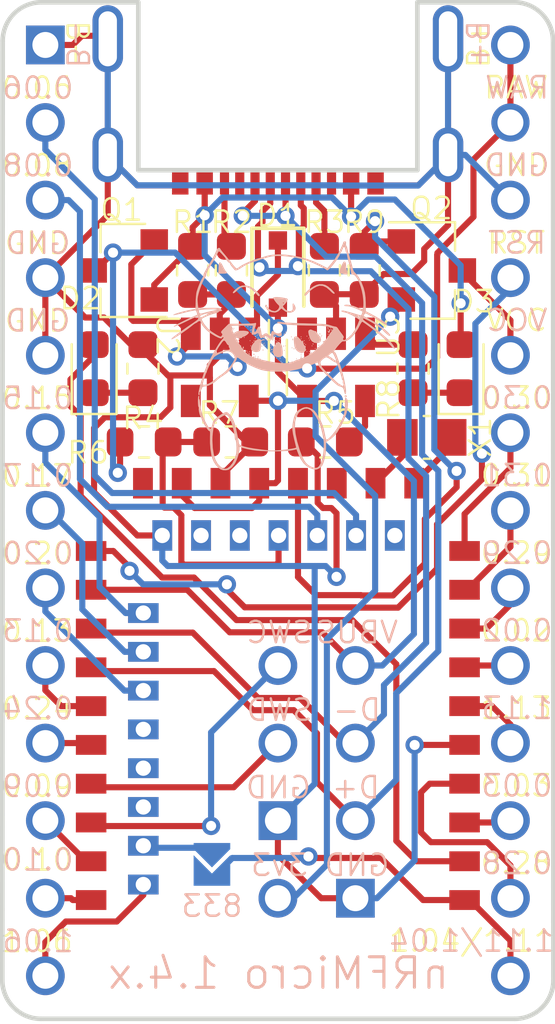
<source format=kicad_pcb>
(kicad_pcb (version 20240108) (generator "pcbnew") (generator_version "8.0")
  (layers (0 "F.Cu" signal) (31 "B.Cu" signal) (34 "B.Paste" user) (35 "F.Paste" user) (36 "B.SilkS" user "B.Silkscreen") (37 "F.SilkS" user "F.Silkscreen") (38 "B.Mask" user) (39 "F.Mask" user) (44 "Edge.Cuts" user))
  (net 0 "")
  (net 1 "GND")
  (net 2 "RESET")
  (net 3 "/P0.02")
  (net 4 "/P0.29")
  (net 5 "/P0.30")
  (net 6 "/P0.31")
  (net 7 "/P0.10")
  (net 8 "/P0.09")
  (net 9 "VBUS")
  (net 10 "VBAT")
  (net 11 "DATA+")
  (net 12 "DATA-")
  (net 13 "/P1.13")
  (net 14 "/P1.11")
  (net 15 "/P0.20")
  (net 16 "/P0.13")
  (net 17 "/P0.15")
  (net 18 "/P0.17")
  (net 19 "/P0.22")
  (net 20 "/P0.24")
  (net 21 "BLUE_LED")
  (net 22 "/P0.03")
  (net 23 "/P0.28")
  (net 24 "/P0.00")
  (net 25 "/P0.01")
  (net 26 "/P1.06")
  (net 27 "/P1.04")
  (net 28 "SWC")
  (net 29 "SWD")
  (net 30 "POWER_PIN")
  (net 31 "/P0.26")
  (net 32 "DCCH")
  (net 33 "CC2")
  (net 34 "CC1")
  (net 35 "EXT_VCC")
  (net 36 "Net-(D2-Pad1)")
  (net 37 "/P1.00")
  (net 38 "/P1.02")
  (net 39 "/P0.12")
  (net 40 "Net-(R5-Pad1)")
  (net 41 "BATTERY_PIN")
  (net 42 "Net-(R8-Pad2)")
  (net 43 "Net-(D1-Pad1)")
  (net 44 "Net-(D3-Pad1)")
  (net 45 "nRF_VDD")
  (net 46 "/P0.07")
  (net 47 "/P0.08")
  (net 48 "PROG")
  (net 49 "/P0.06")
  (footprint "nrfmicro:pro_micro" (layer "F.Cu") (at 27.7216 36.51)
    (property "Reference" "U4")
    (property "Value" "ProMicro" (hide yes))
  )
  (footprint "nrfmicro:E73-2G4M08S1C-52840" (layer "F.Cu") (at 27.72 33.97 -90)
    (property "Reference" "U1" (hide yes))
    (property "Value" "E73-2G4M08S1C" (hide yes))
  )
  (footprint "Package_TO_SOT_SMD:SOT-23" (layer "F.Cu") (at 32.766 27.3845)
    (property "Reference" "Q2")
    (property "Value" "AO3407")
  )
  (footprint "Diode_SMD:D_SOD-323F" (layer "F.Cu") (at 27.7216 27.502 -90)
    (property "Reference" "D1")
    (property "Value" "1N5819")
  )
  (footprint "Resistor_SMD:R_0603_1608Metric" (layer "F.Cu") (at 23.3375 33)
    (property "Reference" "R6")
    (property "Value" "820K")
  )
  (footprint "Resistor_SMD:R_0603_1608Metric" (layer "F.Cu") (at 26.175 33)
    (property "Reference" "R7")
    (property "Value" "2M")
  )
  (footprint "Package_TO_SOT_SMD:SOT-23" (layer "F.Cu") (at 22.6695 27.3845 180)
    (property "Reference" "Q1")
    (property "Value" "AO3407" (hide yes))
  )
  (footprint "Resistor_SMD:R_0603_1608Metric" (layer "F.Cu") (at 23.3 30.6 90)
    (property "Reference" "R4")
    (property "Value" "1K")
  )
  (footprint "Resistor_SMD:R_0603_1608Metric" (layer "F.Cu") (at 26.1976 27.382 -90)
    (property "Reference" "R2")
    (property "Value" "5.1K")
  )
  (footprint "Resistor_SMD:R_0603_1608Metric" (layer "F.Cu") (at 29.2456 27.382 -90)
    (property "Reference" "R3")
    (property "Value" "5.1K")
  )
  (footprint "LED_SMD:LED_0603_1608Metric" (layer "F.Cu") (at 21.7 30.6 90)
    (property "Reference" "D2")
    (property "Value" "BLUE")
  )
  (footprint "Resistor_SMD:R_0603_1608Metric" (layer "F.Cu") (at 24.9276 27.382 -90)
    (property "Reference" "R1")
    (property "Value" "100K")
  )
  (footprint "Package_TO_SOT_SMD:SOT-23-5" (layer "F.Cu") (at 29.6266 30.557 -90)
    (property "Reference" "U3")
    (property "Value" "TP4054")
  )
  (footprint "Resistor_SMD:R_0603_1608Metric" (layer "F.Cu") (at 29.275 33 180)
    (property "Reference" "R5")
    (property "Value" "10K")
  )
  (footprint "Resistor_SMD:R_0603_1608Metric" (layer "F.Cu") (at 30.55 27.382 -90)
    (property "Reference" "R9")
    (property "Value" "2M")
  )
  (footprint "nrfmicro:connector_bat" (layer "F.Cu") (at 27.7216 20 180)
    (property "Reference" "J3")
    (property "Value" "Conn_01x02")
  )
  (footprint "nrfmicro:connector_swd" (layer "F.Cu") (at 27.7216 47.94 180)
    (property "Reference" "J2" (hide yes))
    (property "Value" "Conn_01x04")
  )
  (footprint "Package_TO_SOT_SMD:SOT-23-5" (layer "F.Cu") (at 25.8166 30.557 -90)
    (property "Reference" "U2")
    (property "Value" "AP2112K-3.3")
  )
  (footprint "nrfmicro:connector_usb" (layer "F.Cu") (at 30.2616 47.94 180)
    (property "Reference" "J4" (hide yes))
    (property "Value" "Conn_01x04")
  )
  (footprint "Crystal:Crystal_SMD_MicroCrystal_CM9V-T1A-2Pin_1.6x1.0mm" (layer "F.Cu") (at 32.6 32.85)
    (property "Reference" "X1")
    (property "Value" "32768kHz")
  )
  (footprint "Resistor_SMD:R_0603_1608Metric" (layer "F.Cu") (at 32.15 30.6 90)
    (property "Reference" "R8")
    (property "Value" "1K")
  )
  (footprint "LED_SMD:LED_0603_1608Metric" (layer "F.Cu") (at 33.725 30.6 90)
    (property "Reference" "D3")
    (property "Value" "RED")
  )
  (footprint "nrfmicro:USB-C_C168688" (layer "F.Cu") (at 27.72645 24.09875)
    (property "Reference" "J1" (hide yes))
    (property "Value" "USB-C USB 2.0 MC-372")
  )
  (footprint "Custom Parts:Catmelon_Small" (layer "B.Cu") (at 27.7216 30 180)
    (property "Reference" "G***" (hide yes))
    (property "Value" "LOGO" (hide yes))
  )
  (footprint "nrfmicro:Jumper_SMD" (layer "B.Cu") (at 25.560533 46.631775 180)
    (property "Reference" "JP1")
    (property "Value" "SolderJumper_2_Open" (hide yes))
  )
  (gr_line (start 36.737 19.873) (end 36.7497 50.6197) (stroke (width 0.15)) (layer "Edge.Cuts"))
  (gr_line (start 32.291533 18.602775) (end 35.467 18.603) (stroke (width 0.15)) (layer "Edge.Cuts"))
  (gr_line (start 19.973 18.603) (end 23.147533 18.602775) (stroke (width 0.15)) (layer "Edge.Cuts"))
  (gr_line (start 18.6903 50.6197) (end 18.703 19.873) (stroke (width 0.15)) (layer "Edge.Cuts"))
  (gr_line (start 32.291533 24.1) (end 32.291533 18.602775) (stroke (width 0.15)) (layer "Edge.Cuts"))
  (gr_line (start 23.147533 18.602775) (end 23.147533 24.1) (stroke (width 0.15)) (layer "Edge.Cuts"))
  (gr_line (start 35.4797 51.8897) (end 19.9603 51.8897) (stroke (width 0.15)) (layer "Edge.Cuts"))
  (gr_arc (start 35.467 18.603) (mid 36.365026 18.974974) (end 36.737 19.873) (stroke (width 0.15)) (layer "Edge.Cuts"))
  (gr_arc (start 18.703 19.873) (mid 19.074974 18.974974) (end 19.973 18.603) (stroke (width 0.15)) (layer "Edge.Cuts"))
  (gr_arc (start 19.9603 51.8897) (mid 19.062274 51.517726) (end 18.6903 50.6197) (stroke (width 0.15)) (layer "Edge.Cuts"))
  (gr_arc (start 36.7497 50.6197) (mid 36.377726 51.517726) (end 35.4797 51.8897) (stroke (width 0.15)) (layer "Edge.Cuts"))
  (gr_line (start 23.147533 24.1) (end 32.291533 24.1) (stroke (width 0.15)) (layer "Edge.Cuts"))
  (gr_text "nRFMicro 1.4.x" (at 27.74286 50.4 0) (layer "B.SilkS") (effects (font (size 1 1) (thickness 0.1)) (justify mirror)))
  (segment (start 25.491601 31.777003) (end 26.714598 33) (width 0.2) (layer "F.Cu") (net 1))
  (segment (start 33.2966 25.8982) (end 32.516001 26.678799) (width 0.2) (layer "F.Cu") (net 1))
  (segment (start 32.204808 42.92) (end 33.839 42.92) (width 0.2) (layer "F.Cu") (net 1))
  (segment (start 29.197753 35.162775) (end 29.024999 34.990021) (width 0.2) (layer "F.Cu") (net 1))
  (segment (start 21.3 19.7) (end 22.1466 19.7) (width 0.2) (layer "F.Cu") (net 1))
  (segment (start 23.117189 24.6) (end 24.5216 24.6) (width 0.2) (layer "F.Cu") (net 1))
  (segment (start 23.3 29.997838) (end 24.07501 30.772848) (width 0.2) (layer "F.Cu") (net 1))
  (segment (start 27.7216 45.4) (end 27.7216 46.521842) (width 0.2) (layer "F.Cu") (net 1))
  (segment (start 30.525 28.1625) (end 29.2526 28.1625) (width 0.2) (layer "F.Cu") (net 1))
  (segment (start 29.472533 35.162775) (end 29.197753 35.162775) (width 0.2) (layer "F.Cu") (net 1))
  (segment (start 20.1016 20) (end 21 20) (width 0.2) (layer "F.Cu") (net 1))
  (segment (start 24.101673 30.799511) (end 24.124162 30.822) (width 0.2) (layer "F.Cu") (net 1))
  (segment (start 25.491601 30.886999) (end 25.491601 31.777003) (width 0.2) (layer "F.Cu") (net 1))
  (segment (start 23.3 30.024991) (end 23.3 29.8125) (width 0.2) (layer "F.Cu") (net 1))
  (segment (start 25.8166 30.1634) (end 25.491601 30.488399) (width 0.2) (layer "F.Cu") (net 1))
  (segment (start 26.714598 33) (end 26.9625 33) (width 0.2) (layer "F.Cu") (net 1))
  (segment (start 33.2966 23.625277) (end 32.321877 24.6) (width 0.2) (layer "F.Cu") (net 1))
  (segment (start 30.525 28.1625) (end 31.1875 27.5) (width 0.2) (layer "F.Cu") (net 1))
  (segment (start 26.59614 32.9) (end 25.491601 31.795461) (width 0.2) (layer "F.Cu") (net 1))
  (segment (start 26.1976 28.1695) (end 24.9276 28.1695) (width 0.2) (layer "F.Cu") (net 1))
  (segment (start 29.024999 33.437499) (end 28.4875 32.9) (width 0.2) (layer "F.Cu") (net 1))
  (segment (start 21.6976 34.64389) (end 21.6976 32.54376) (width 0.2) (layer "F.Cu") (net 1))
  (segment (start 25.426602 30.822) (end 25.491601 30.886999) (width 0.2) (layer "F.Cu") (net 1))
  (segment (start 29.6266 29.457) (end 29.6266 28.5505) (width 0.2) (layer "F.Cu") (net 1))
  (segment (start 21.6976 32.54376) (end 22.04936 32.192) (width 0.2) (layer "F.Cu") (net 1))
  (segment (start 25.491601 30.488399) (end 25.491601 31.795461) (width 0.2) (layer "F.Cu") (net 1))
  (segment (start 32.321877 24.6) (end 30.9216 24.6) (width 0.2) (layer "F.Cu") (net 1))
  (segment (start 20.1016 30.16) (end 20.1016 27.62) (width 0.2) (layer "F.Cu") (net 1))
  (segment (start 24.07501 30.772848) (end 24.101673 30.799511) (width 0.2) (layer "F.Cu") (net 1))
  (segment (start 20.1016 27.62) (end 21.40659 28.92499) (width 0.2) (layer "F.Cu") (net 1))
  (segment (start 29.139758 47.94) (end 30.2616 47.94) (width 0.2) (layer "F.Cu") (net 1))
  (segment (start 24.1976 31.872) (end 24.1976 30.895438) (width 0.2) (layer "F.Cu") (net 1))
  (segment (start 23.3 29.8125) (end 23.3 30.038002) (width 0.2) (layer "F.Cu") (net 1))
  (segment (start 22.90864 29.8125) (end 22.02113 28.92499) (width 0.2) (layer "F.Cu") (net 1))
  (segment (start 26.9625 32.9) (end 26.59614 32.9) (width 0.2) (layer "F.Cu") (net 1))
  (segment (start 21 20) (end 21.3 19.7) (width 0.2) (layer "F.Cu") (net 1))
  (segment (start 29.2476 28.1675) (end 29.2456 28.1695) (width 0.2) (layer "F.Cu") (net 1))
  (segment (start 29.642533 35.332775) (end 29.472533 35.162775) (width 0.2) (layer "F.Cu") (net 1))
  (segment (start 25.8166 29.457) (end 25.8166 30.1634) (width 0.2) (layer "F.Cu") (net 1))
  (segment (start 23.3 29.8125) (end 23.3 29.997838) (width 0.2) (layer "F.Cu") (net 1))
  (segment (start 20.1016 27.62) (end 22.1466 25.575) (width 0.2) (layer "F.Cu") (net 1))
  (segment (start 24.1976 30.895438) (end 24.101673 30.799511) (width 0.2) (layer "F.Cu") (net 1))
  (segment (start 22.04936 32.192) (end 23.8776 32.192) (width 0.2) (layer "F.Cu") (net 1))
  (segment (start 32.516001 26.678799) (end 32.516001 27.074501) (width 0.2) (layer "F.Cu") (net 1))
  (segment (start 23.8776 32.192) (end 24.1976 31.872) (width 0.2) (layer "F.Cu") (net 1))
  (segment (start 23.933 36.062) (end 23.11571 36.062) (width 0.2) (layer "F.Cu") (net 1))
  (segment (start 32.202033 42.922775) (end 32.204808 42.92) (width 0.2) (layer "F.Cu") (net 1))
  (segment (start 29.6266 28.5505) (end 29.2456 28.1695) (width 0.2) (layer "F.Cu") (net 1))
  (segment (start 23.11571 36.062) (end 21.6976 34.64389) (width 0.2) (layer "F.Cu") (net 1))
  (segment (start 25.8166 28.8084) (end 25.8166 29.457) (width 0.2) (layer "F.Cu") (net 1))
  (segment (start 33.2966 23.7) (end 33.2966 25.8982) (width 0.2) (layer "F.Cu") (net 1))
  (segment (start 26.1976 28.1695) (end 26.1976 28.4274) (width 0.2) (layer "F.Cu") (net 1))
  (segment (start 31.1875 27.5) (end 32.090502 27.5) (width 0.2) (layer "F.Cu") (net 1))
  (segment (start 33.2966 19.7) (end 33.2966 23.625277) (width 0.2) (layer "F.Cu") (net 1))
  (segment (start 22.02113 28.92499) (end 21.40659 28.92499) (width 0.2) (layer "F.Cu") (net 1))
  (segment (start 29.2526 28.1625) (end 29.2456 28.1695) (width 0.2) (layer "F.Cu") (net 1))
  (segment (start 29.024999 34.990021) (end 29.024999 33.437499) (width 0.2) (layer "F.Cu") (net 1))
  (segment (start 25.84 34.351) (end 25.84 34.1225) (width 0.2) (layer "F.Cu") (net 1))
  (segment (start 26.1976 28.4274) (end 25.8166 28.8084) (width 0.2) (layer "F.Cu") (net 1))
  (segment (start 29.642533 37.415755) (end 29.642533 35.332775) (width 0.2) (layer "F.Cu") (net 1))
  (segment (start 27.7216 46.521842) (end 29.139758 47.94) (width 0.2) (layer "F.Cu") (net 1))
  (segment (start 32.090502 27.5) (end 32.516001 27.074501) (width 0.2) (layer "F.Cu") (net 1))
  (segment (start 22.1466 25.575) (end 22.1466 23.7) (width 0.2) (layer "F.Cu") (net 1))
  (segment (start 22.1466 19.7) (end 22.1466 23.629411) (width 0.2) (layer "F.Cu") (net 1))
  (segment (start 22.1466 23.629411) (end 23.117189 24.6) (width 0.2) (layer "F.Cu") (net 1))
  (segment (start 24.124162 30.822) (end 25.426602 30.822) (width 0.2) (layer "F.Cu") (net 1))
  (segment (start 25.84 34.1225) (end 26.9625 33) (width 0.2) (layer "F.Cu") (net 1))
  (via (at 32.202033 42.922775) (size 0.6) (drill 0.33) (layers "F.Cu" "B.Cu") (net 1))
  (via (at 29.642533 37.415755) (size 0.6) (drill 0.33) (layers "F.Cu" "B.Cu") (net 1))
  (segment (start 28.926589 37.073411) (end 28.937998 37.062002) (width 0.2) (layer "B.Cu") (net 1))
  (segment (start 27.7216 45.397708) (end 28.926589 44.192719) (width 0.2) (layer "B.Cu") (net 1))
  (segment (start 29.660983 24.595977) (end 23.113166 24.595977) (width 0.2) (layer "B.Cu") (net 1))
  (segment (start 30.965308 47.94) (end 30.2616 47.94) (width 0.2) (layer "B.Cu") (net 1))
  (segment (start 27.7216 45.4) (end 27.7216 45.397708) (width 0.2) (layer "B.Cu") (net 1))
  (segment (start 29.667781 24.602775) (end 29.660983 24.595977) (width 0.2) (layer "B.Cu") (net 1))
  (segment (start 32.202033 46.703275) (end 30.965308 47.94) (width 0.2) (layer "B.Cu") (net 1))
  (segment (start 29.642533 37.415755) (end 29.28878 37.062002) (width 0.2) (layer "B.Cu") (net 1))
  (segment (start 32.202033 42.922775) (end 32.202033 46.703275) (width 0.2) (layer "B.Cu") (net 1))
  (segment (start 35.3416 25.08) (end 33.8616 23.6) (width 0.2) (layer "B.Cu") (net 1))
  (segment (start 28.926589 44.192719) (end 28.926589 37.073411) (width 0.2) (layer "B.Cu") (net 1))
  (segment (start 24.112002 37.062002) (end 23.933 36.883) (width 0.2) (layer "B.Cu") (net 1))
  (segment (start 23.113166 24.595977) (end 22.1466 23.629411) (width 0.2) (layer "B.Cu") (net 1))
  (segment (start 28.937998 37.062002) (end 24.112002 37.062002) (width 0.2) (layer "B.Cu") (net 1))
  (segment (start 23.933 36.883) (end 23.933 36.062) (width 0.2) (layer "B.Cu") (net 1))
  (segment (start 29.28878 37.062002) (end 28.937998 37.062002) (width 0.2) (layer "B.Cu") (net 1))
  (segment (start 33.8616 23.6) (end 33.2972 23.6) (width 0.2) (layer "B.Cu") (net 1))
  (segment (start 33.2966 19.7) (end 33.2966 23.625277) (width 0.2) (layer "B.Cu") (net 1))
  (segment (start 32.319102 24.602775) (end 29.667781 24.602775) (width 0.2) (layer "B.Cu") (net 1))
  (segment (start 22.1466 23.629411) (end 22.1466 19.7) (width 0.2) (layer "B.Cu") (net 1))
  (segment (start 33.2966 23.625277) (end 32.319102 24.602775) (width 0.2) (layer "B.Cu") (net 1))
  (segment (start 30.276899 38.414775) (end 26.634533 38.414775) (width 0.2) (layer "F.Cu") (net 2))
  (segment (start 30.286899 38.424775) (end 30.276899 38.414775) (width 0.2) (layer "F.Cu") (net 2))
  (segment (start 34.406599 34.225501) (end 32.936533 35.695567) (width 0.2) (layer "F.Cu") (net 2))
  (segment (start 32.936533 35.695567) (end 32.936532 37.148918) (width 0.2) (layer "F.Cu") (net 2))
  (segment (start 26.634533 38.414775) (end 26.05 37.830242) (width 0.2) (layer "F.Cu") (net 2))
  (segment (start 34.406599 33.381599) (end 34.406599 34.225501) (width 0.2) (layer "F.Cu") (net 2))
  (segment (start 26.05 37.830242) (end 26.05 37.662002) (width 0.2) (layer "F.Cu") (net 2))
  (segment (start 22.327621 36.57) (end 22.860541 37.10292) (width 0.2) (layer "F.Cu") (net 2))
  (segment (start 22.860541 37.10292) (end 22.860541 37.221058) (width 0.2) (layer "F.Cu") (net 2))
  (segment (start 31.660675 38.424775) (end 30.286899 38.424775) (width 0.2) (layer "F.Cu") (net 2))
  (segment (start 21.601 36.57) (end 22.327621 36.57) (width 0.2) (layer "F.Cu") (net 2))
  (segment (start 32.936532 37.148918) (end 31.660675 38.424775) (width 0.2) (layer "F.Cu") (net 2))
  (via (at 26.05 37.662002) (size 0.6) (drill 0.33) (layers "F.Cu" "B.Cu") (net 2))
  (via (at 34.406599 33.381599) (size 0.6) (drill 0.33) (layers "F.Cu" "B.Cu") (net 2))
  (via (at 22.860541 37.221058) (size 0.6) (drill 0.33) (layers "F.Cu" "B.Cu") (net 2))
  (segment (start 23.301485 37.662002) (end 22.860541 37.221058) (width 0.2) (layer "B.Cu") (net 2))
  (segment (start 35.3416 27.973708) (end 34.192533 29.122775) (width 0.2) (layer "B.Cu") (net 2))
  (segment (start 35.3416 27.62) (end 35.3416 27.973708) (width 0.2) (layer "B.Cu") (net 2))
  (segment (start 34.192533 33.167533) (end 34.406599 33.381599) (width 0.2) (layer "B.Cu") (net 2))
  (segment (start 26.05 37.662002) (end 23.301485 37.662002) (width 0.2) (layer "B.Cu") (net 2))
  (segment (start 34.192533 29.122775) (end 34.192533 33.167533) (width 0.2) (layer "B.Cu") (net 2))
  (segment (start 35.3416 40.32) (end 33.899 40.32) (width 0.2) (layer "F.Cu") (net 3))
  (segment (start 33.899 40.32) (end 33.839 40.38) (width 0.2) (layer "F.Cu") (net 3))
  (segment (start 34.555308 39.11) (end 35.3416 38.323708) (width 0.2) (layer "F.Cu") (net 4))
  (segment (start 33.839 39.11) (end 34.555308 39.11) (width 0.2) (layer "F.Cu") (net 4))
  (segment (start 35.3416 38.323708) (end 35.3416 37.78) (width 0.2) (layer "F.Cu") (net 4))
  (segment (start 33.839 35.358798) (end 35.3416 33.856198) (width 0.2) (layer "F.Cu") (net 5))
  (segment (start 33.839 36.57) (end 33.839 35.358798) (width 0.2) (layer "F.Cu") (net 5))
  (segment (start 35.3416 33.856198) (end 35.3416 32.7) (width 0.2) (layer "F.Cu") (net 5))
  (segment (start 35.3416 36.432402) (end 35.3416 35.24) (width 0.2) (layer "F.Cu") (net 6))
  (segment (start 33.934002 37.84) (end 35.3416 36.432402) (width 0.2) (layer "F.Cu") (net 6))
  (segment (start 33.839 37.84) (end 33.934002 37.84) (width 0.2) (layer "F.Cu") (net 6))
  (segment (start 21 48) (end 20.94 47.94) (width 0.2) (layer "F.Cu") (net 7))
  (segment (start 20.94 47.94) (end 20.1016 47.94) (width 0.2) (layer "F.Cu") (net 7))
  (segment (start 21.601 48) (end 21 48) (width 0.2) (layer "F.Cu") (net 7))
  (segment (start 21.4316 46.73) (end 21.601 46.73) (width 0.2) (layer "F.Cu") (net 8))
  (segment (start 20.1016 45.4) (end 21.4316 46.73) (width 0.2) (layer "F.Cu") (net 8))
  (segment (start 30.2616 40.32) (end 29.174375 39.232775) (width 0.2) (layer "F.Cu") (net 9))
  (segment (start 27.7216 28.5455) (end 27.7216 29.2784) (width 0.2) (layer "F.Cu") (net 9))
  (segment (start 33.71 28.46) (end 33.71 29.7975) (width 0.2) (layer "F.Cu") (net 9))
  (segment (start 23.6695 27.8526) (end 24.9276 26.5945) (width 0.2) (layer "F.Cu") (net 9))
  (segment (start 28.6766 31.657) (end 28.119599 31.099999) (width 0.2) (layer "F.Cu") (net 9))
  (segment (start 30.1216 24.6) (end 30.1216 25.6184) (width 0.2) (layer "F.Cu") (net 9))
  (segment (start 30.1216 24.6) (end 30.1216 25.2816) (width 0.2) (layer "F.Cu") (net 9))
  (segment (start 28.6766 31.657) (end 29.557 31.657) (width 0.2) (layer "F.Cu") (net 9))
  (segment (start 27.7216 30.702) (end 28.119599 31.099999) (width 0.2) (layer "F.Cu") (net 9))
  (segment (start 30.1216 24.73) (end 30.1216 25.2816) (width 0.2) (layer "F.Cu") (net 9))
  (segment (start 24.9276 25.9724) (end 25.3216 25.5784) (width 0.2) (layer "F.Cu") (net 9))
  (segment (start 24.749758 37.84) (end 21.601 37.84) (width 0.2) (layer "F.Cu") (net 9))
  (segment (start 27.7216 29.2784) (end 27.7216 30.702) (width 0.2) (layer "F.Cu") (net 9))
  (segment (start 30.1216 25.6184) (end 30.12 25.62) (width 0.2) (layer "F.Cu") (net 9))
  (segment (start 25.3216 25.5784) (end 25.3216 24.73) (width 0.2) (layer "F.Cu") (net 9))
  (segment (start 25.3216 24.6) (end 25.3216 25.5784) (width 0.2) (layer "F.Cu") (net 9))
  (segment (start 23.6695 28.3345) (end 23.6695 27.8526) (width 0.2) (layer "F.Cu") (net 9))
  (segment (start 29.174375 39.232775) (end 26.142533 39.232775) (width 0.2) (layer "F.Cu") (net 9))
  (segment (start 26.142533 39.232775) (end 24.749758 37.84) (width 0.2) (layer "F.Cu") (net 9))
  (segment (start 24.9276 26.5945) (end 24.9276 25.9724) (width 0.2) (layer "F.Cu") (net 9))
  (via (at 25.3216 25.5784) (size 0.6) (drill 0.33) (layers "F.Cu" "B.Cu") (net 9))
  (via (at 27.7216 29.2784) (size 0.6) (drill 0.33) (layers "F.Cu" "B.Cu") (net 9))
  (via (at 33.71 28.46) (size 0.6) (drill 0.33) (layers "F.Cu" "B.Cu") (net 9))
  (via (at 29.557 31.657) (size 0.6) (drill 0.33) (layers "F.Cu" "B.Cu") (net 9))
  (via (at 30.12 25.62) (size 0.6) (drill 0.33) (layers "F.Cu" "B.Cu") (net 9))
  (segment (start 30.677985 25.062015) (end 30.12 25.62) (width 0.2) (layer "B.Cu") (net 9))
  (segment (start 25.3216 25.5784) (end 25.904503 24.995497) (width 0.2) (layer "B.Cu") (net 9))
  (segment (start 25.904503 24.995497) (end 29.495497 24.995497) (width 0.2) (layer "B.Cu") (net 9))
  (segment (start 33.71 27.2175) (end 31.554515 25.062015) (width 0.2) (layer "B.Cu") (net 9))
  (segment (start 32.178001 39.287307) (end 31.145308 40.32) (width 0.2) (layer "B.Cu") (net 9))
  (segment (start 32.178001 34.278001) (end 32.178001 39.287307) (width 0.2) (layer "B.Cu") (net 9))
  (segment (start 29.495497 24.995497) (end 30.12 25.62) (width 0.2) (layer "B.Cu") (net 9))
  (segment (start 31.554515 25.062015) (end 30.677985 25.062015) (width 0.2) (layer "B.Cu") (net 9))
  (segment (start 29.557 31.657) (end 32.178001 34.278001) (width 0.2) (layer "B.Cu") (net 9))
  (segment (start 27.7216 29.2784) (end 25.3216 26.8784) (width 0.2) (layer "B.Cu") (net 9))
  (segment (start 31.145308 40.32) (end 30.2616 40.32) (width 0.2) (layer "B.Cu") (net 9))
  (segment (start 33.71 28.46) (end 33.71 27.2175) (width 0.2) (layer "B.Cu") (net 9))
  (segment (start 25.3216 26.8784) (end 25.3216 25.5784) (width 0.2) (layer "B.Cu") (net 9))
  (segment (start 32.94999 26.810508) (end 32.94999 26.86001) (width 0.2) (layer "F.Cu") (net 10))
  (segment (start 32.94 30.23114) (end 32.57114 30.6) (width 0.2) (layer "F.Cu") (net 10))
  (segment (start 32.94999 26.810508) (end 34.130249 25.630249) (width 0.2) (layer "F.Cu") (net 10))
  (segment (start 21.6695 27.3845) (end 21.734999 27.3845) (width 0.2) (layer "F.Cu") (net 10))
  (segment (start 22.55 33.934837) (end 22.474998 34.009839) (width 0.2) (layer "F.Cu") (net 10))
  (segment (start 32.94 26.87) (end 32.94 30.23114) (width 0.2) (layer "F.Cu") (net 10))
  (segment (start 34.130249 23.751351) (end 34.130249 25.630249) (width 0.2) (layer "F.Cu") (net 10))
  (segment (start 35.3416 22.54) (end 35.3416 20) (width 0.2) (layer "F.Cu") (net 10))
  (segment (start 32.94999 26.86001) (end 32.94 26.87) (width 0.2) (layer "F.Cu") (net 10))
  (segment (start 28.69 30.6) (end 28.68 30.59) (width 0.2) (layer "F.Cu") (net 10))
  (segment (start 22.55 33) (end 22.55 33.934837) (width 0.2) (layer "F.Cu") (net 10))
  (segment (start 28.68 29.4604) (end 28.6766 29.457) (width 0.2) (layer "F.Cu") (net 10))
  (segment (start 35.3416 22.54) (end 34.130249 23.751351) (width 0.2) (layer "F.Cu") (net 10))
  (segment (start 32.57114 30.6) (end 28.69 30.6) (width 0.2) (layer "F.Cu") (net 10))
  (segment (start 28.68 30.59) (end 28.68 29.4604) (width 0.2) (layer "F.Cu") (net 10))
  (segment (start 21.734999 27.3845) (end 22.319499 26.8) (width 0.2) (layer "F.Cu") (net 10))
  (via (at 22.319499 26.8) (size 0.6) (drill 0.33) (layers "F.Cu" "B.Cu") (net 10))
  (via (at 22.474998 34.009839) (size 0.6) (drill 0.33) (layers "F.Cu" "B.Cu") (net 10))
  (via (at 28.68 30.59) (size 0.6) (drill 0.33) (layers "F.Cu" "B.Cu") (net 10))
  (segment (start 22.319499 33.85434) (end 22.474998 34.009839) (width 0.2) (layer "B.Cu") (net 10))
  (segment (start 24.355198 26.8) (end 24.217112 26.8) (width 0.2) (layer "B.Cu") (net 10))
  (segment (start 28.68 30.59) (end 28.145198 30.59) (width 0.2) (layer "B.Cu") (net 10))
  (segment (start 22.319499 26.8) (end 22.319499 33.85434) (width 0.2) (layer "B.Cu") (net 10))
  (segment (start 24.217112 26.8) (end 22.319499 26.8) (width 0.2) (layer "B.Cu") (net 10))
  (segment (start 28.145198 30.59) (end 24.355198 26.8) (width 0.2) (layer "B.Cu") (net 10))
  (segment (start 28.242533 41.782775) (end 29.002533 42.542775) (width 0.2) (layer "F.Cu") (net 11))
  (segment (start 29.002533 42.542775) (end 29.002533 44.140933) (width 0.2) (layer "F.Cu") (net 11))
  (segment (start 26.907527 41.782775) (end 28.242533 41.782775) (width 0.2) (layer "F.Cu") (net 11))
  (segment (start 27.9716 25.593898) (end 27.97 25.595498) (width 0.2) (layer "F.Cu") (net 11))
  (segment (start 26.5716 25.595497) (end 26.5716 25.508) (width 0.2) (layer "F.Cu") (net 11))
  (segment (start 21.601 40.38) (end 21.723775 40.502775) (width 0.2) (layer "F.Cu") (net 11))
  (segment (start 26.5716 25.508) (end 26.9716 25.108) (width 0.2) (layer "F.Cu") (net 11))
  (segment (start 21.723775 40.502775) (end 25.627527 40.502775) (width 0.2) (layer "F.Cu") (net 11))
  (segment (start 25.627527 40.502775) (end 26.907527 41.782775) (width 0.2) (layer "F.Cu") (net 11))
  (segment (start 29.002533 44.140933) (end 30.2616 45.4) (width 0.2) (layer "F.Cu") (net 11))
  (segment (start 27.9716 24.73) (end 27.9716 25.593898) (width 0.2) (layer "F.Cu") (net 11))
  (segment (start 26.9716 25.108) (end 26.9716 24.5) (width 0.2) (layer "F.Cu") (net 11))
  (via (at 26.5716 25.595497) (size 0.6) (drill 0.33) (layers "F.Cu" "B.Cu") (net 11))
  (via (at 27.97 25.595498) (size 0.6) (drill 0.33) (layers "F.Cu" "B.Cu") (net 11))
  (segment (start 26.5716 25.595497) (end 27.969999 25.595497) (width 0.2) (layer "B.Cu") (net 11))
  (segment (start 32.978021 33.946623) (end 32.978021 39.847287) (width 0.2) (layer "B.Cu") (net 11))
  (segment (start 31.596611 41.228697) (end 31.596611 44.064989) (width 0.2) (layer "B.Cu") (net 11))
  (segment (start 31.596611 44.064989) (end 30.2616 45.4) (width 0.2) (layer "B.Cu") (net 11))
  (segment (start 32.44808 28.45248) (end 32.44808 33.416682) (width 0.2) (layer "B.Cu") (net 11))
  (segment (start 27.97 25.595498) (end 29.306502 26.932) (width 0.2) (layer "B.Cu") (net 11))
  (segment (start 32.978021 39.847287) (end 31.596611 41.228697) (width 0.2) (layer "B.Cu") (net 11))
  (segment (start 30.9276 26.932) (end 32.44808 28.45248) (width 0.2) (layer "B.Cu") (net 11))
  (segment (start 32.44808 33.416682) (end 32.978021 33.946623) (width 0.2) (layer "B.Cu") (net 11))
  (segment (start 29.306502 26.932) (end 30.9276 26.932) (width 0.2) (layer "B.Cu") (net 11))
  (segment (start 27.0676 25.947335) (end 27.2176 25.797335) (width 0.2) (layer "F.Cu") (net 12))
  (segment (start 27.073013 41.383255) (end 24.932533 39.242775) (width 0.2) (layer "F.Cu") (net 12))
  (segment (start 28.3776 27.242) (end 28.4076 27.212) (width 0.2) (layer "F.Cu") (net 12))
  (segment (start 28.569511 25.347171) (end 28.4716 25.24926) (width 0.2) (layer "F.Cu") (net 12))
  (segment (start 27.1176 27.282) (end 27.0676 27.232) (width 0.2) (layer "F.Cu") (net 12))
  (segment (start 27.0676 27.232) (end 27.0676 25.947335) (width 0.2) (layer "F.Cu") (net 12))
  (segment (start 28.4716 25.24926) (end 28.4716 24.6) (width 0.2) (layer "F.Cu") (net 12))
  (segment (start 21.733775 39.242775) (end 21.601 39.11) (width 0.2) (layer "F.Cu") (net 12))
  (segment (start 29.919758 42.86) (end 28.443013 41.383255) (width 0.2) (layer "F.Cu") (net 12))
  (segment (start 24.932533 39.242775) (end 21.733775 39.242775) (width 0.2) (layer "F.Cu") (net 12))
  (segment (start 27.2176 25.797335) (end 27.2176 25.442) (width 0.2) (layer "F.Cu") (net 12))
  (segment (start 28.569511 25.940089) (end 28.569511 25.347171) (width 0.2) (layer "F.Cu") (net 12))
  (segment (start 30.2616 42.86) (end 29.919758 42.86) (width 0.2) (layer "F.Cu") (net 12))
  (segment (start 27.4716 25.188) (end 27.4716 24.6) (width 0.2) (layer "F.Cu") (net 12))
  (segment (start 28.443013 41.383255) (end 27.073013 41.383255) (width 0.2) (layer "F.Cu") (net 12))
  (segment (start 27.2176 25.442) (end 27.4716 25.188) (width 0.2) (layer "F.Cu") (net 12))
  (segment (start 28.4076 26.102) (end 28.569511 25.940089) (width 0.2) (layer "F.Cu") (net 12))
  (segment (start 28.4076 27.212) (end 28.4076 26.102) (width 0.2) (layer "F.Cu") (net 12))
  (via (at 28.3776 27.242) (size 0.6) (drill 0.33) (layers "F.Cu" "B.Cu") (net 12))
  (via (at 27.1176 27.282) (size 0.6) (drill 0.33) (layers "F.Cu" "B.Cu") (net 12))
  (segment (start 28.3776 27.242) (end 28.544861 27.409261) (width 0.2) (layer "B.Cu") (net 12))
  (segment (start 32.578011 34.112311) (end 32.578011 39.577297) (width 0.2) (layer "B.Cu") (net 12))
  (segment (start 27.236276 27.400676) (end 28.312525 27.400676) (width 0.2) (layer "B.Cu") (net 12))
  (segment (start 32.000699 28.645099) (end 32.000699 33.534999) (width 0.2) (layer "B.Cu") (net 12))
  (segment (start 32.000699 33.534999) (end 32.578011 34.112311) (width 0.2) (layer "B.Cu") (net 12))
  (segment (start 31.196601 40.958707) (end 31.196601 41.924999) (width 0.2) (layer "B.Cu") (net 12))
  (segment (start 32.578011 39.577297) (end 31.196601 40.958707) (width 0.2) (layer "B.Cu") (net 12))
  (segment (start 30.764861 27.409261) (end 32.000699 28.645099) (width 0.2) (layer "B.Cu") (net 12))
  (segment (start 27.1176 27.282) (end 27.236276 27.400676) (width 0.2) (layer "B.Cu") (net 12))
  (segment (start 31.196601 41.924999) (end 30.2616 42.86) (width 0.2) (layer "B.Cu") (net 12))
  (segment (start 28.544861 27.409261) (end 30.764861 27.409261) (width 0.2) (layer "B.Cu") (net 12))
  (segment (start 34.739758 41.65) (end 33.839 41.65) (width 0.2) (layer "F.Cu") (net 13))
  (segment (start 35.3416 42.251842) (end 34.739758 41.65) (width 0.2) (layer "F.Cu") (net 13))
  (segment (start 35.3416 42.86) (end 35.3416 42.251842) (width 0.2) (layer "F.Cu") (net 13))
  (segment (start 34.014 48) (end 35.3416 49.3276) (width 0.2) (layer "F.Cu") (net 14))
  (segment (start 32.478758 48) (end 33.839 48) (width 0.2) (layer "F.Cu") (net 14))
  (segment (start 31.101533 46.622775) (end 32.478758 48) (width 0.2) (layer "F.Cu") (net 14))
  (segment (start 35.3416 50.48) (end 35.3416 49.36732) (width 0.2) (layer "F.Cu") (net 14))
  (segment (start 28.772533 46.622775) (end 31.101533 46.622775) (width 0.2) (layer "F.Cu") (net 14))
  (segment (start 35.3416 49.3276) (end 35.3416 49.36732) (width 0.2) (layer "F.Cu") (net 14))
  (segment (start 28.722533 46.572775) (end 28.772533 46.622775) (width 0.2) (layer "F.Cu") (net 14))
  (via (at 28.722533 46.572775) (size 0.6) (drill 0.33) (layers "F.Cu" "B.Cu") (net 14))
  (segment (start 28.722533 46.572775) (end 28.672533 46.622775) (width 0.2) (layer "B.Cu") (net 14))
  (segment (start 26.228053 46.622775) (end 25.560533 47.290295) (width 0.2) (layer "B.Cu") (net 14))
  (segment (start 28.672533 46.622775) (end 26.228053 46.622775) (width 0.2) (layer "B.Cu") (net 14))
  (segment (start 22.691758 41.142) (end 20.1016 38.551842) (width 0.2) (layer "B.Cu") (net 15))
  (segment (start 23.679 41.142) (end 22.691758 41.142) (width 0.2) (layer "B.Cu") (net 15))
  (segment (start 20.1016 38.551842) (end 20.1016 37.78) (width 0.2) (layer "B.Cu") (net 15))
  (segment (start 20.1016 41.131842) (end 20.619758 41.65) (width 0.2) (layer "F.Cu") (net 16))
  (segment (start 20.1016 40.32) (end 20.1016 41.131842) (width 0.2) (layer "F.Cu") (net 16))
  (segment (start 20.619758 41.65) (end 21.601 41.65) (width 0.2) (layer "F.Cu") (net 16))
  (segment (start 22.731758 38.602) (end 23.312 38.602) (width 0.2) (layer "B.Cu") (net 17))
  (segment (start 20.1016 32.7) (end 20.1016 33.675774) (width 0.2) (layer "B.Cu") (net 17))
  (segment (start 21.877533 37.747775) (end 22.731758 38.602) (width 0.2) (layer "B.Cu") (net 17))
  (segment (start 21.877533 35.451707) (end 21.877533 37.747775) (width 0.2) (layer "B.Cu") (net 17))
  (segment (start 20.1016 33.675774) (end 21.877533 35.451707) (width 0.2) (layer "B.Cu") (net 17))
  (segment (start 21.312533 36.325775) (end 20.226758 35.24) (width 0.2) (layer "B.Cu") (net 18))
  (segment (start 20.226758 35.24) (end 20.1016 35.24) (width 0.2) (layer "B.Cu") (net 18))
  (segment (start 22.701758 39.872) (end 21.312533 38.482775) (width 0.2) (layer "B.Cu") (net 18))
  (segment (start 23.312 39.872) (end 22.701758 39.872) (width 0.2) (layer "B.Cu") (net 18))
  (segment (start 21.312533 38.482775) (end 21.312533 36.325775) (width 0.2) (layer "B.Cu") (net 18))
  (segment (start 20.1016 42.86) (end 21.541 42.86) (width 0.2) (layer "F.Cu") (net 20))
  (segment (start 21.541 42.86) (end 21.601 42.92) (width 0.2) (layer "F.Cu") (net 20))
  (segment (start 21.2576 34.769588) (end 21.2576 32.15787) (width 0.2) (layer "F.Cu") (net 21))
  (segment (start 31.602533 40.277131) (end 30.158657 38.833255) (width 0.2) (layer "F.Cu") (net 21))
  (segment (start 33.839 46.73) (end 32.269758 46.73) (width 0.2) (layer "F.Cu") (net 21))
  (segment (start 21.2576 32.15787) (end 20.92499 31.82526) (width 0.2) (layer "F.Cu") (net 21))
  (segment (start 26.367182 38.833255) (end 24.973917 37.43999) (width 0.2) (layer "F.Cu") (net 21))
  (segment (start 30.158657 38.833255) (end 26.367182 38.833255) (width 0.2) (layer "F.Cu") (net 21))
  (segment (start 23.928002 37.43999) (end 21.2576 34.769588) (width 0.2) (layer "F.Cu") (net 21))
  (segment (start 21.7 30.17886) (end 21.7 29.8125) (width 0.2) (layer "F.Cu") (net 21))
  (segment (start 24.973917 37.43999) (end 23.928002 37.43999) (width 0.2) (layer "F.Cu") (net 21))
  (segment (start 31.602533 46.062775) (end 31.602533 40.277131) (width 0.2) (layer "F.Cu") (net 21))
  (segment (start 32.269758 46.73) (end 31.602533 46.062775) (width 0.2) (layer "F.Cu") (net 21))
  (segment (start 20.92499 31.82526) (end 20.92499 30.95387) (width 0.2) (layer "F.Cu") (net 21))
  (segment (start 20.92499 30.95387) (end 21.7 30.17886) (width 0.2) (layer "F.Cu") (net 21))
  (segment (start 35.3416 45.4) (end 35.2816 45.46) (width 0.2) (layer "F.Cu") (net 22))
  (segment (start 35.2816 45.46) (end 33.839 45.46) (width 0.2) (layer "F.Cu") (net 22))
  (segment (start 32.734757 46.104999) (end 32.412533 45.782775) (width 0.2) (layer "F.Cu") (net 23))
  (segment (start 34.579001 46.104999) (end 32.734757 46.104999) (width 0.2) (layer "F.Cu") (net 23))
  (segment (start 35.3416 47.94) (end 35.3416 46.867598) (width 0.2) (layer "F.Cu") (net 23))
  (segment (start 35.3416 46.867598) (end 34.579001 46.104999) (width 0.2) (layer "F.Cu") (net 23))
  (segment (start 32.695308 44.19) (end 33.839 44.19) (width 0.2) (layer "F.Cu") (net 23))
  (segment (start 32.412533 45.782775) (end 32.412533 44.472775) (width 0.2) (layer "F.Cu") (net 23))
  (segment (start 32.412533 44.472775) (end 32.695308 44.19) (width 0.2) (layer "F.Cu") (net 23))
  (segment (start 33.2 32.85) (end 33.2 33.341) (width 0.2) (layer "F.Cu") (net 24))
  (segment (start 33.2 33.341) (end 32.19 34.351) (width 0.2) (layer "F.Cu") (net 24))
  (segment (start 32 33.271) (end 30.92 34.351) (width 0.2) (layer "F.Cu") (net 25))
  (segment (start 32 32.85) (end 32 33.271) (width 0.2) (layer "F.Cu") (net 25))
  (segment (start 20.1016 50.48) (end 20.1016 49.37412) (width 0.2) (layer "F.Cu") (net 26))
  (segment (start 20.1016 49.37412) (end 20.772945 48.702775) (width 0.2) (layer "F.Cu") (net 26))
  (segment (start 22.442533 48.702775) (end 23.312 47.833308) (width 0.2) (layer "F.Cu") (net 26))
  (segment (start 20.772945 48.702775) (end 22.442533 48.702775) (width 0.2) (layer "F.Cu") (net 26))
  (segment (start 23.312 47.833308) (end 23.312 47.492) (width 0.2) (layer "F.Cu") (net 26))
  (segment (start 23.378775 46.288775) (end 23.312 46.222) (width 0.2) (layer "B.Cu") (net 27))
  (segment (start 25.422533 46.288775) (end 23.378775 46.288775) (width 0.2) (layer "B.Cu") (net 27))
  (segment (start 25.528307 45.577001) (end 21.718001 45.577001) (width 0.2) (layer "F.Cu") (net 28))
  (segment (start 21.718001 45.577001) (end 21.601 45.46) (width 0.2) (layer "F.Cu") (net 28))
  (segment (start 25.532533 45.572775) (end 25.528307 45.577001) (width 0.2) (layer "F.Cu") (net 28))
  (via (at 25.532533 45.572775) (size 0.6) (drill 0.33) (layers "F.Cu" "B.Cu") (net 28))
  (segment (start 25.532533 45.572775) (end 25.532533 42.509067) (width 0.2) (layer "B.Cu") (net 28))
  (segment (start 25.532533 42.509067) (end 27.7216 40.32) (width 0.2) (layer "B.Cu") (net 28))
  (segment (start 26.274599 44.307001) (end 27.7216 42.86) (width 0.2) (layer "F.Cu") (net 29))
  (segment (start 21.718001 44.307001) (end 26.274599 44.307001) (width 0.2) (layer "F.Cu") (net 29))
  (segment (start 21.601 44.19) (end 21.718001 44.307001) (width 0.2) (layer "F.Cu") (net 29))
  (segment (start 28.38 37.424242) (end 28.38 34.351) (width 0.2) (layer "F.Cu") (net 30))
  (segment (start 33.578021 34.482251) (end 32.537013 35.523259) (width 0.2) (layer "F.Cu") (net 30))
  (segment (start 30.55 26.125993) (end 30.905772 25.770221) (width 0.2) (layer "F.Cu") (net 30))
  (segment (start 30.452385 38.025255) (end 30.442385 38.015255) (width 0.2) (layer "F.Cu") (net 30))
  (segment (start 30.442385 38.015255) (end 28.971013 38.015255) (width 0.2) (layer "F.Cu") (net 30))
  (segment (start 28.971013 38.015255) (end 28.38 37.424242) (width 0.2) (layer "F.Cu") (net 30))
  (segment (start 32.537013 36.983431) (end 31.495189 38.025255) (width 0.2) (layer "F.Cu") (net 30))
  (segment (start 32.537013 35.523259) (end 32.537013 36.983431) (width 0.2) (layer "F.Cu") (net 30))
  (segment (start 31.766 26.4345) (end 30.678 26.4345) (width 0.2) (layer "F.Cu") (net 30))
  (segment (start 31.495189 38.025255) (end 30.452385 38.025255) (width 0.2) (layer "F.Cu") (net 30))
  (segment (start 30.55 26.5945) (end 30.55 26.125993) (width 0.2) (layer "F.Cu") (net 30))
  (segment (start 33.578021 33.950002) (end 33.578021 34.482251) (width 0.2) (layer "F.Cu") (net 30))
  (segment (start 30.678 26.4345) (end 30.5 26.6125) (width 0.2) (layer "F.Cu") (net 30))
  (via (at 33.578021 33.950002) (size 0.6) (drill 0.33) (layers "F.Cu" "B.Cu") (net 30))
  (via (at 30.905772 25.770221) (size 0.6) (drill 0.33) (layers "F.Cu" "B.Cu") (net 30))
  (segment (start 30.905772 25.770221) (end 30.905772 26.300172) (width 0.2) (layer "B.Cu") (net 30))
  (segment (start 32.8476 33.250504) (end 33.547098 33.950002) (width 0.2) (layer "B.Cu") (net 30))
  (segment (start 32.8476 28.242) (end 32.8476 33.250504) (width 0.2) (layer "B.Cu") (net 30))
  (segment (start 33.547098 33.950002) (end 33.578021 33.950002) (width 0.2) (layer "B.Cu") (net 30))
  (segment (start 30.905772 26.300172) (end 32.8476 28.242) (width 0.2) (layer "B.Cu") (net 30))
  (segment (start 25.9716 26.3685) (end 25.9716 24.73) (width 0.2) (layer "F.Cu") (net 33))
  (segment (start 26.1976 26.5945) (end 25.9716 26.3685) (width 0.2) (layer "F.Cu") (net 33))
  (segment (start 28.9716 24.6) (end 28.9716 25.161842) (width 0.2) (layer "F.Cu") (net 34))
  (segment (start 28.9716 25.161842) (end 29.2456 25.435842) (width 0.2) (layer "F.Cu") (net 34))
  (segment (start 29.2456 25.435842) (end 29.2456 26.5945) (width 0.2) (layer "F.Cu") (net 34))
  (segment (start 35.3416 29.0166) (end 33.766 27.441) (width 0.2) (layer "F.Cu") (net 35))
  (segment (start 33.766 27.441) (end 33.766 27.3845) (width 0.2) (layer "F.Cu") (net 35))
  (segment (start 35.3416 30.16) (end 35.3416 29.0166) (width 0.2) (layer "F.Cu") (net 35))
  (segment (start 21.95 31.3625) (end 21.475 31.3625) (width 0.2) (layer "F.Cu") (net 36))
  (segment (start 23.3 31.3875) (end 21.7 31.3875) (width 0.2) (layer "F.Cu") (net 36))
  (segment (start 30.5766 31.657) (end 30.5766 32.4859) (width 0.2) (layer "F.Cu") (net 40))
  (segment (start 30.5766 32.4859) (end 30.0625 33) (width 0.2) (layer "F.Cu") (net 40))
  (segment (start 27.743 36.062) (end 27.743 36.942308) (width 0.2) (layer "F.Cu") (net 41))
  (segment (start 23.944999 35.091001) (end 23.944999 33.180001) (width 0.2) (layer "F.Cu") (net 41))
  (segment (start 24.004999 35.151001) (end 23.944999 35.091001) (width 0.2) (layer "F.Cu") (net 41))
  (segment (start 24.558001 35.398243) (end 24.310759 35.151001) (width 0.2) (layer "F.Cu") (net 41))
  (segment (start 27.743 36.942308) (end 27.667533 37.017775) (width 0.2) (layer "F.Cu") (net 41))
  (segment (start 27.667533 37.017775) (end 24.637533 37.017775) (width 0.2) (layer "F.Cu") (net 41))
  (segment (start 24.125 33) (end 23.9196 33) (width 0.2) (layer "F.Cu") (net 41))
  (segment (start 24.125 33) (end 25.3875 33) (width 0.2) (layer "F.Cu") (net 41))
  (segment (start 24.637533 37.017775) (end 24.558001 36.938243) (width 0.2) (layer "F.Cu") (net 41))
  (segment (start 24.558001 36.938243) (end 24.558001 35.398243) (width 0.2) (layer "F.Cu") (net 41))
  (segment (start 23.944999 33.180001) (end 24.125 33) (width 0.2) (layer "F.Cu") (net 41))
  (segment (start 24.310759 35.151001) (end 24.004999 35.151001) (width 0.2) (layer "F.Cu") (net 41))
  (segment (start 30.9321 29.8125) (end 32.15 29.8125) (width 0.2) (layer "F.Cu") (net 42))
  (segment (start 30.5766 29.457) (end 30.9321 29.8125) (width 0.2) (layer "F.Cu") (net 42))
  (segment (start 22.919499 27.184501) (end 23.6695 26.4345) (width 0.2) (layer "F.Cu") (net 43))
  (segment (start 24.444101 29.034501) (end 22.979499 29.034501) (width 0.2) (layer "F.Cu") (net 43))
  (segment (start 24.8666 29.751011) (end 24.8666 29.457) (width 0.2) (layer "F.Cu") (net 43))
  (segment (start 24.4176 30.200011) (end 24.8666 29.751011) (width 0.2) (layer "F.Cu") (net 43))
  (segment (start 22.919499 28.974501) (end 22.919499 27.184501) (width 0.2) (layer "F.Cu") (net 43))
  (segment (start 26.7666 30.1734) (end 26.4 30.54) (width 0.2) (layer "F.Cu") (net 43))
  (segment (start 26.7666 29.457) (end 26.7666 30.1734) (width 0.2) (layer "F.Cu") (net 43))
  (segment (start 27.0376 29.186) (end 26.7666 29.457) (width 0.2) (layer "F.Cu") (net 43))
  (segment (start 27.0376 28.212) (end 27.0376 29.186) (width 0.2) (layer "F.Cu") (net 43))
  (segment (start 24.8666 29.457) (end 24.444101 29.034501) (width 0.2) (layer "F.Cu") (net 43))
  (segment (start 22.979499 29.034501) (end 22.919499 28.974501) (width 0.2) (layer "F.Cu") (net 43))
  (segment (start 27.7216 27.528) (end 27.0376 28.212) (width 0.2) (layer "F.Cu") (net 43))
  (segment (start 27.7216 26.402) (end 27.7216 27.528) (width 0.2) (layer "F.Cu") (net 43))
  (via (at 26.4 30.54) (size 0.6) (drill 0.33) (layers "F.Cu" "B.Cu") (net 43))
  (via (at 24.4176 30.200011) (size 0.6) (drill 0.33) (layers "F.Cu" "B.Cu") (net 43))
  (segment (start 24.4176 30.200011) (end 26.060011 30.200011) (width 0.2) (layer "B.Cu") (net 43))
  (segment (start 26.060011 30.200011) (end 26.4 30.54) (width 0.2) (layer "B.Cu") (net 43))
  (segment (start 33.725 31.3875) (end 32.15 31.3875) (width 0.2) (layer "F.Cu") (net 44))
  (segment (start 24.992533 35.162775) (end 24.57 34.740242) (width 0.2) (layer "F.Cu") (net 45))
  (segment (start 24.57 34.740242) (end 24.57 34.351) (width 0.2) (layer "F.Cu") (net 45))
  (segment (start 27.11 34.351) (end 27.11 34.925308) (width 0.2) (layer "F.Cu") (net 45))
  (segment (start 27.725 31.65) (end 26.7736 31.65) (width 0.2) (layer "F.Cu") (net 45))
  (segment (start 26.7736 31.65) (end 26.7666 31.657) (width 0.2) (layer "F.Cu") (net 45))
  (segment (start 27.11 34.925308) (end 26.872533 35.162775) (width 0.2) (layer "F.Cu") (net 45))
  (segment (start 27.725 34.261) (end 27.725 31.65) (width 0.2) (layer "F.Cu") (net 45))
  (segment (start 27.635 34.351) (end 27.725 34.261) (width 0.2) (layer "F.Cu") (net 45))
  (segment (start 26.872533 35.162775) (end 24.992533 35.162775) (width 0.2) (layer "F.Cu") (net 45))
  (segment (start 27.11 34.351) (end 27.635 34.351) (width 0.2) (layer "F.Cu") (net 45))
  (segment (start 31.766 28.3345) (end 31.766 28.531646) (width 0.2) (layer "F.Cu") (net 45))
  (segment (start 31.766 28.531646) (end 31.400698 28.896948) (width 0.2) (layer "F.Cu") (net 45))
  (via (at 31.400698 28.896948) (size 0.6) (drill 0.33) (layers "F.Cu" "B.Cu") (net 45))
  (via (at 27.725 31.65) (size 0.6) (drill 0.33) (layers "F.Cu" "B.Cu") (net 45))
  (segment (start 28.227308 47.94) (end 27.7216 47.94) (width 0.2) (layer "B.Cu") (net 45))
  (segment (start 27.725 31.65) (end 28.9 31.65) (width 0.2) (layer "B.Cu") (net 45))
  (segment (start 29.326599 39.455001) (end 29.326599 46.840709) (width 0.2) (layer "B.Cu") (net 45))
  (segment (start 30.908001 34.756403) (end 30.908001 37.873599) (width 0.2) (layer "B.Cu") (net 45))
  (segment (start 30.908001 37.873599) (end 29.326599 39.455001) (width 0.2) (layer "B.Cu") (net 45))
  (segment (start 29.326599 46.840709) (end 28.227308 47.94) (width 0.2) (layer "B.Cu") (net 45))
  (segment (start 31.400698 28.896948) (end 28.956999 31.340647) (width 0.2) (layer "B.Cu") (net 45))
  (segment (start 28.9 31.65) (end 28.956999 31.593001) (width 0.2) (layer "B.Cu") (net 45))
  (segment (start 28.956999 31.340647) (end 28.956999 31.593001) (width 0.2) (layer "B.Cu") (net 45))
  (segment (start 28.956999 31.593001) (end 28.956999 32.805401) (width 0.2) (layer "B.Cu") (net 45))
  (segment (start 28.956999 32.805401) (end 30.908001 34.756403) (width 0.2) (layer "B.Cu") (net 45))
  (segment (start 22.140758 35.122) (end 28.748 35.122) (width 0.2) (layer "B.Cu") (net 47))
  (segment (start 29.013 35.387) (end 29.013 36.062) (width 0.2) (layer "B.Cu") (net 47))
  (segment (start 21.234013 25.452255) (end 21.234013 34.215255) (width 0.2) (layer "B.Cu") (net 47))
  (segment (start 21.234013 34.215255) (end 22.140758 35.122) (width 0.2) (layer "B.Cu") (net 47))
  (segment (start 28.748 35.122) (end 29.013 35.387) (width 0.2) (layer "B.Cu") (net 47))
  (segment (start 20.1016 25.08) (end 20.861758 25.08) (width 0.2) (layer "B.Cu") (net 47))
  (segment (start 20.861758 25.08) (end 21.234013 25.452255) (width 0.2) (layer "B.Cu") (net 47))
  (segment (start 29.564758 34.672) (end 22.289321 34.672) (width 0.2) (layer "B.Cu") (net 49))
  (segment (start 20.1016 23.430842) (end 20.1016 22.54) (width 0.2) (layer "B.Cu") (net 49))
  (segment (start 21.719988 25.04923) (end 20.1016 23.430842) (width 0.2) (layer "B.Cu") (net 49))
  (segment (start 22.289321 34.672) (end 21.719988 34.102667) (width 0.2) (layer "B.Cu") (net 49))
  (segment (start 30.283 35.390242) (end 29.564758 34.672) (width 0.2) (layer "B.Cu") (net 49))
  (segment (start 21.719988 34.102667) (end 21.719988 25.04923) (width 0.2) (layer "B.Cu") (net 49))
  (segment (start 30.283 36.062) (end 30.283 35.390242) (width 0.2) (layer "B.Cu") (net 49))
)
</source>
